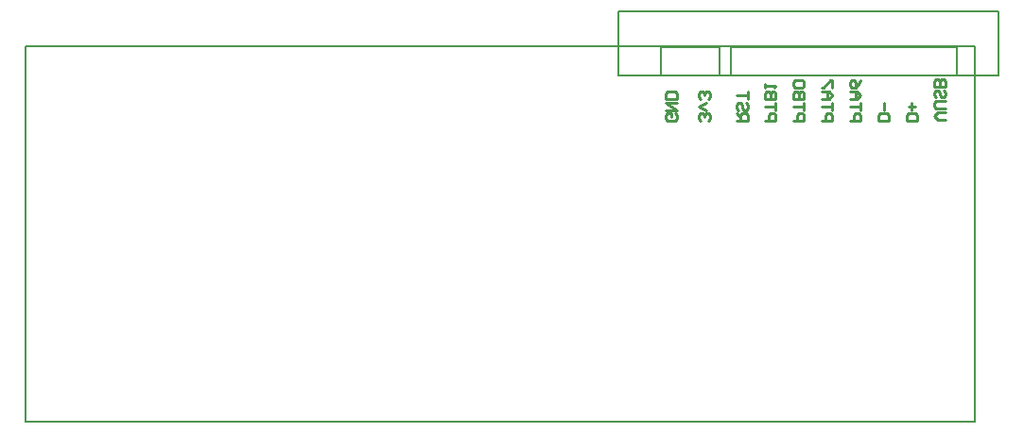
<source format=gbo>
G04*
G04 #@! TF.GenerationSoftware,Altium Limited,CircuitStudio,1.5.2 (1.5.2.30)*
G04*
G04 Layer_Color=13948096*
%FSLAX44Y44*%
%MOMM*%
G71*
G01*
G75*
%ADD32C,0.2540*%
%ADD35C,0.2030*%
D32*
X1072483Y524684D02*
X1082480D01*
Y529682D01*
X1080814Y531348D01*
X1077482D01*
X1075815Y529682D01*
Y524684D01*
X1082480Y534680D02*
Y541345D01*
Y538013D01*
X1072483D01*
Y544677D02*
X1079148D01*
X1082480Y548009D01*
X1079148Y551342D01*
X1072483D01*
X1077482D01*
Y544677D01*
X1082480Y561339D02*
X1080814Y558006D01*
X1077482Y554674D01*
X1074149D01*
X1072483Y556340D01*
Y559672D01*
X1074149Y561339D01*
X1075815D01*
X1077482Y559672D01*
Y554674D01*
X970950Y524684D02*
X980947D01*
Y529682D01*
X979280Y531348D01*
X975948D01*
X974282Y529682D01*
Y524684D01*
Y528016D02*
X970950Y531348D01*
X979280Y541345D02*
X980947Y539679D01*
Y536347D01*
X979280Y534680D01*
X977614D01*
X975948Y536347D01*
Y539679D01*
X974282Y541345D01*
X972616D01*
X970950Y539679D01*
Y536347D01*
X972616Y534680D01*
X980947Y544677D02*
Y551342D01*
Y548009D01*
X970950D01*
X996333Y524684D02*
X1006330D01*
Y529682D01*
X1004664Y531348D01*
X1001332D01*
X999666Y529682D01*
Y524684D01*
X1006330Y534680D02*
Y541345D01*
Y538013D01*
X996333D01*
X1006330Y544677D02*
X996333D01*
Y549676D01*
X997999Y551342D01*
X999666D01*
X1001332Y549676D01*
Y544677D01*
Y549676D01*
X1002998Y551342D01*
X1004664D01*
X1006330Y549676D01*
Y544677D01*
X996333Y554674D02*
Y558006D01*
Y556340D01*
X1006330D01*
X1004664Y554674D01*
X1021717Y524684D02*
X1031713D01*
Y529682D01*
X1030047Y531348D01*
X1026715D01*
X1025049Y529682D01*
Y524684D01*
X1031713Y534680D02*
Y541345D01*
Y538013D01*
X1021717D01*
X1031713Y544677D02*
X1021717D01*
Y549676D01*
X1023383Y551342D01*
X1025049D01*
X1026715Y549676D01*
Y544677D01*
Y549676D01*
X1028381Y551342D01*
X1030047D01*
X1031713Y549676D01*
Y544677D01*
X1030047Y554674D02*
X1031713Y556340D01*
Y559672D01*
X1030047Y561339D01*
X1023383D01*
X1021717Y559672D01*
Y556340D01*
X1023383Y554674D01*
X1030047D01*
X1047100Y524684D02*
X1057097D01*
Y529682D01*
X1055431Y531348D01*
X1052098D01*
X1050432Y529682D01*
Y524684D01*
X1057097Y534680D02*
Y541345D01*
Y538013D01*
X1047100D01*
Y544677D02*
X1053764D01*
X1057097Y548009D01*
X1053764Y551342D01*
X1047100D01*
X1052098D01*
Y544677D01*
X1057097Y554674D02*
Y561339D01*
X1055431D01*
X1048766Y554674D01*
X1047100D01*
X1107863Y524684D02*
X1097867D01*
Y529682D01*
X1099533Y531348D01*
X1106197D01*
X1107863Y529682D01*
Y524684D01*
X1102865Y534680D02*
Y541345D01*
X1133247Y524684D02*
X1123250D01*
Y529682D01*
X1124916Y531348D01*
X1131580D01*
X1133247Y529682D01*
Y524684D01*
X1128248Y534680D02*
Y541345D01*
X1131580Y538013D02*
X1124916D01*
X1158547Y525750D02*
X1151882D01*
X1148550Y529082D01*
X1151882Y532414D01*
X1158547D01*
Y535747D02*
X1150216D01*
X1148550Y537413D01*
Y540745D01*
X1150216Y542411D01*
X1158547D01*
X1156880Y552408D02*
X1158547Y550742D01*
Y547410D01*
X1156880Y545743D01*
X1155214D01*
X1153548Y547410D01*
Y550742D01*
X1151882Y552408D01*
X1150216D01*
X1148550Y550742D01*
Y547410D01*
X1150216Y545743D01*
X1158547Y555740D02*
X1148550D01*
Y560739D01*
X1150216Y562405D01*
X1151882D01*
X1153548Y560739D01*
Y555740D01*
Y560739D01*
X1155214Y562405D01*
X1156880D01*
X1158547Y560739D01*
Y555740D01*
X916280Y531348D02*
X917946Y529682D01*
Y526350D01*
X916280Y524684D01*
X909616D01*
X907950Y526350D01*
Y529682D01*
X909616Y531348D01*
X912948D01*
Y528016D01*
X907950Y534680D02*
X917946D01*
X907950Y541345D01*
X917946D01*
Y544677D02*
X907950D01*
Y549676D01*
X909616Y551342D01*
X916280D01*
X917946Y549676D01*
Y544677D01*
X945780Y524684D02*
X947446Y526350D01*
Y529682D01*
X945780Y531348D01*
X944114D01*
X942448Y529682D01*
Y528016D01*
Y529682D01*
X940782Y531348D01*
X939116D01*
X937450Y529682D01*
Y526350D01*
X939116Y524684D01*
X944114Y534680D02*
X937450Y538013D01*
X944114Y541345D01*
X945780Y544677D02*
X947446Y546343D01*
Y549676D01*
X945780Y551342D01*
X944114D01*
X942448Y549676D01*
Y548009D01*
Y549676D01*
X940782Y551342D01*
X939116D01*
X937450Y549676D01*
Y546343D01*
X939116Y544677D01*
D35*
X966050Y590750D02*
X1168550D01*
X966050Y565750D02*
Y590750D01*
Y565750D02*
X1168550D01*
Y590750D01*
X956050Y565750D02*
Y590750D01*
X903550Y565750D02*
X956050D01*
X903550D02*
Y590750D01*
X956050D01*
X1205750Y565750D02*
Y623250D01*
X865750D02*
X1205750D01*
X865750Y565750D02*
Y623250D01*
Y565750D02*
X1205750D01*
X334500Y255000D02*
Y592250D01*
X1184750D01*
Y255000D02*
Y592250D01*
X334500Y255000D02*
X1184750D01*
M02*

</source>
